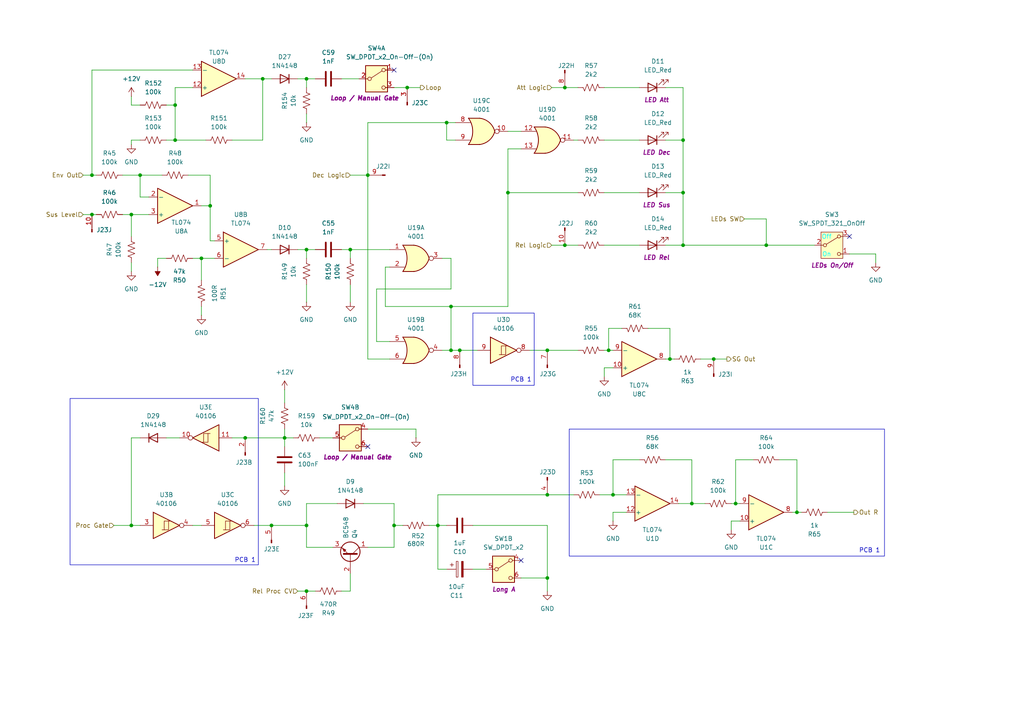
<source format=kicad_sch>
(kicad_sch (version 20250114) (generator "eeschema") (generator_version "9.0")
  (paper "A4")
  (title_block (comment 1 "PCB for 15cm Kosmo format synthesizer module"))
  (lib_symbols
    (symbol "4xxx:4001" (pin_names (offset 1.016))
      (property "Reference" "U" (at 0 1.27 0))
      (property "Value" "4001" (at 0 -1.27 0))
      (symbol "4001_1_1"
        (pin input line (at -7.62 2.54 0) (length 4.318) (name "~") (number "1"))
        (pin input line (at -7.62 -2.54 0) (length 4.318) (name "~") (number "2"))
        (pin output inverted (at 7.62 0 180) (length 3.81) (name "~") (number "3"))
      )
      (symbol "4001_1_2"
        (pin input inverted (at -7.62 2.54 0) (length 3.81) (name "~") (number "1"))
        (pin input inverted (at -7.62 -2.54 0) (length 3.81) (name "~") (number "2"))
        (pin output line (at 7.62 0 180) (length 3.81) (name "~") (number "3"))
      )
      (symbol "4001_2_1"
        (pin input line (at -7.62 2.54 0) (length 4.318) (name "~") (number "5"))
        (pin input line (at -7.62 -2.54 0) (length 4.318) (name "~") (number "6"))
        (pin output inverted (at 7.62 0 180) (length 3.81) (name "~") (number "4"))
      )
      (symbol "4001_2_2"
        (pin input inverted (at -7.62 2.54 0) (length 3.81) (name "~") (number "5"))
        (pin input inverted (at -7.62 -2.54 0) (length 3.81) (name "~") (number "6"))
        (pin output line (at 7.62 0 180) (length 3.81) (name "~") (number "4"))
      )
      (symbol "4001_3_1"
        (pin input line (at -7.62 2.54 0) (length 4.318) (name "~") (number "8"))
        (pin input line (at -7.62 -2.54 0) (length 4.318) (name "~") (number "9"))
        (pin output inverted (at 7.62 0 180) (length 3.81) (name "~") (number "10"))
      )
      (symbol "4001_3_2"
        (pin input inverted (at -7.62 2.54 0) (length 3.81) (name "~") (number "8"))
        (pin input inverted (at -7.62 -2.54 0) (length 3.81) (name "~") (number "9"))
        (pin output line (at 7.62 0 180) (length 3.81) (name "~") (number "10"))
      )
      (symbol "4001_4_1"
        (pin input line (at -7.62 2.54 0) (length 4.318) (name "~") (number "12"))
        (pin input line (at -7.62 -2.54 0) (length 4.318) (name "~") (number "13"))
        (pin output inverted (at 7.62 0 180) (length 3.81) (name "~") (number "11"))
      )
      (symbol "4001_4_2"
        (pin input inverted (at -7.62 2.54 0) (length 3.81) (name "~") (number "12"))
        (pin input inverted (at -7.62 -2.54 0) (length 3.81) (name "~") (number "13"))
        (pin output line (at 7.62 0 180) (length 3.81) (name "~") (number "11"))
      )
      (symbol "4001_5_0"
        (pin power_in line (at 0 12.7 270) (length 5.08) (name "VDD") (number "14"))
        (pin power_in line (at 0 -12.7 90) (length 5.08) (name "VSS") (number "7"))
      )
    )
    (symbol "4xxx:40106" (pin_names (offset 1.016))
      (property "Reference" "U" (at 0 1.27 0))
      (property "Value" "40106" (at 0 -1.27 0))
      (symbol "40106_1_0"
        (pin input line (at -7.62 0 0) (length 3.81) (name "~") (number "1"))
        (pin output inverted (at 7.62 0 180) (length 3.81) (name "~") (number "2"))
      )
      (symbol "40106_2_0"
        (pin input line (at -7.62 0 0) (length 3.81) (name "~") (number "3"))
        (pin output inverted (at 7.62 0 180) (length 3.81) (name "~") (number "4"))
      )
      (symbol "40106_3_0"
        (pin input line (at -7.62 0 0) (length 3.81) (name "~") (number "5"))
        (pin output inverted (at 7.62 0 180) (length 3.81) (name "~") (number "6"))
      )
      (symbol "40106_4_0"
        (pin input line (at -7.62 0 0) (length 3.81) (name "~") (number "9"))
        (pin output inverted (at 7.62 0 180) (length 3.81) (name "~") (number "8"))
      )
      (symbol "40106_5_0"
        (pin input line (at -7.62 0 0) (length 3.81) (name "~") (number "11"))
        (pin output inverted (at 7.62 0 180) (length 3.81) (name "~") (number "10"))
      )
      (symbol "40106_6_0"
        (pin input line (at -7.62 0 0) (length 3.81) (name "~") (number "13"))
        (pin output inverted (at 7.62 0 180) (length 3.81) (name "~") (number "12"))
      )
      (symbol "40106_7_0"
        (pin power_in line (at 0 12.7 270) (length 5.08) (name "VDD") (number "14"))
        (pin power_in line (at 0 -12.7 90) (length 5.08) (name "VSS") (number "7"))
      )
    )
    (symbol "Amplifier_Operational:TL074" (pin_names (offset 0.127))
      (property "Reference" "U" (at 0 5.08 0))
      (property "Value" "TL074" (at 0 -5.08 0))
      (symbol "TL074_1_1"
        (pin input line (at -7.62 2.54 0) (length 2.54) (name "+") (number "3"))
        (pin input line (at -7.62 -2.54 0) (length 2.54) (name "-") (number "2"))
        (pin output line (at 7.62 0 180) (length 2.54) (name "~") (number "1"))
      )
      (symbol "TL074_2_1"
        (pin input line (at -7.62 2.54 0) (length 2.54) (name "+") (number "5"))
        (pin input line (at -7.62 -2.54 0) (length 2.54) (name "-") (number "6"))
        (pin output line (at 7.62 0 180) (length 2.54) (name "~") (number "7"))
      )
      (symbol "TL074_3_1"
        (pin input line (at -7.62 2.54 0) (length 2.54) (name "+") (number "10"))
        (pin input line (at -7.62 -2.54 0) (length 2.54) (name "-") (number "9"))
        (pin output line (at 7.62 0 180) (length 2.54) (name "~") (number "8"))
      )
      (symbol "TL074_4_1"
        (pin input line (at -7.62 2.54 0) (length 2.54) (name "+") (number "12"))
        (pin input line (at -7.62 -2.54 0) (length 2.54) (name "-") (number "13"))
        (pin output line (at 7.62 0 180) (length 2.54) (name "~") (number "14"))
      )
      (symbol "TL074_5_1"
        (pin power_in line (at -2.54 7.62 270) (length 3.81) (name "V+") (number "4"))
        (pin power_in line (at -2.54 -7.62 90) (length 3.81) (name "V-") (number "11"))
      )
    )
    (symbol "Device:C" (pin_numbers (hide yes)) (pin_names (offset 0.254))
      (property "Reference" "C" (at 0.635 2.54 0))
      (property "Value" "C" (at 0.635 -2.54 0))
      (symbol "C_1_1"
        (pin passive line (at 0 3.81 270) (length 2.794) (name "~") (number "1"))
        (pin passive line (at 0 -3.81 90) (length 2.794) (name "~") (number "2"))
      )
    )
    (symbol "Device:C_Polarized" (pin_numbers (hide yes)) (pin_names (offset 0.254))
      (property "Reference" "C" (at 0.635 2.54 0))
      (property "Value" "C_Polarized" (at 0.635 -2.54 0))
      (symbol "C_Polarized_1_1"
        (pin passive line (at 0 3.81 270) (length 2.794) (name "~") (number "1"))
        (pin passive line (at 0 -3.81 90) (length 2.794) (name "~") (number "2"))
      )
    )
    (symbol "Device:LED" (pin_numbers (hide yes)) (pin_names (offset 1.016) (hide yes))
      (property "Reference" "D" (at 0 2.54 0))
      (property "Value" "LED" (at 0 -2.54 0))
      (symbol "LED_1_1"
        (pin passive line (at -3.81 0 0) (length 2.54) (name "K") (number "1"))
        (pin passive line (at 3.81 0 180) (length 2.54) (name "A") (number "2"))
      )
    )
    (symbol "Device:R_US" (pin_numbers (hide yes)) (pin_names (offset 0))
      (property "Reference" "R" (at 2.54 0 90))
      (property "Value" "R_US" (at -2.54 0 90))
      (symbol "R_US_1_1"
        (pin passive line (at 0 3.81 270) (length 1.27) (name "~") (number "1"))
        (pin passive line (at 0 -3.81 90) (length 1.27) (name "~") (number "2"))
      )
    )
    (symbol "Diode:1N4148" (pin_numbers (hide yes)) (pin_names (hide yes))
      (property "Reference" "D" (at 0 2.54 0))
      (property "Value" "1N4148" (at 0 -2.54 0))
      (symbol "1N4148_1_1"
        (pin passive line (at -3.81 0 0) (length 2.54) (name "K") (number "1"))
        (pin passive line (at 3.81 0 180) (length 2.54) (name "A") (number "2"))
      )
    )
    (symbol "Switch:SW_DPDT_x2" (pin_names (offset 0) (hide yes))
      (property "Reference" "SW" (at 0 5.08 0))
      (property "Value" "SW_DPDT_x2" (at 0 -5.08 0))
      (symbol "SW_DPDT_x2_1_1"
        (pin passive line (at -5.08 0 0) (length 2.54) (name "B") (number "2"))
        (pin passive line (at 5.08 2.54 180) (length 2.54) (name "A") (number "1"))
        (pin passive line (at 5.08 -2.54 180) (length 2.54) (name "C") (number "3"))
      )
      (symbol "SW_DPDT_x2_2_1"
        (pin passive line (at -5.08 0 0) (length 2.54) (name "B") (number "5"))
        (pin passive line (at 5.08 2.54 180) (length 2.54) (name "A") (number "4"))
        (pin passive line (at 5.08 -2.54 180) (length 2.54) (name "C") (number "6"))
      )
    )
    (symbol "SynthStuff:Conn_01x10_PinHeader" (pin_names (offset 1.016) (hide yes))
      (property "Reference" "J" (at 0 2.54 0))
      (symbol "Conn_01x10_PinHeader_1_1"
        (pin passive line (at 5.08 0 180) (length 3.81) (name "Pin_1") (number "1"))
      )
      (symbol "Conn_01x10_PinHeader_2_1"
        (pin passive line (at 5.08 0 180) (length 3.81) (name "Pin_2") (number "2"))
      )
      (symbol "Conn_01x10_PinHeader_3_1"
        (pin passive line (at 5.08 0 180) (length 3.81) (name "Pin_3") (number "3"))
      )
      (symbol "Conn_01x10_PinHeader_4_1"
        (pin passive line (at 5.08 0 180) (length 3.81) (name "Pin_4") (number "4"))
      )
      (symbol "Conn_01x10_PinHeader_5_1"
        (pin passive line (at 5.08 0 180) (length 3.81) (name "Pin_5") (number "5"))
      )
      (symbol "Conn_01x10_PinHeader_6_1"
        (pin passive line (at 5.08 0 180) (length 3.81) (name "Pin_6") (number "6"))
      )
      (symbol "Conn_01x10_PinHeader_7_1"
        (pin passive line (at 5.08 0 180) (length 3.81) (name "Pin_7") (number "7"))
      )
      (symbol "Conn_01x10_PinHeader_8_1"
        (pin passive line (at 5.08 0 180) (length 3.81) (name "Pin_8") (number "8"))
      )
      (symbol "Conn_01x10_PinHeader_9_1"
        (pin passive line (at 5.08 0 180) (length 3.81) (name "Pin_9") (number "9"))
      )
      (symbol "Conn_01x10_PinHeader_10_1"
        (pin passive line (at 5.08 0 180) (length 3.81) (name "Pin_10") (number "10"))
      )
    )
    (symbol "SynthStuff:SW_SPDT_321_OnOff" (pin_names (offset 1) (hide yes))
      (property "Reference" "SW" (at 0 5.08 0))
      (property "Value" "SW_SPDT_321_OnOff" (at 0 -5.08 0))
      (symbol "SW_SPDT_321_OnOff_1_1"
        (text "Off\n" (at -1.524 2.54 0) (effects (font (size 1.27 1.27))))
        (text "On" (at -1.524 -2.54 0) (effects (font (size 1.27 1.27))))
        (pin passive line (at -5.08 0 0) (length 2.54) (name "B") (number "2"))
        (pin passive line (at 5.08 2.54 180) (length 2.54) (name "A") (number "3"))
        (pin passive line (at 5.08 -2.54 180) (length 2.54) (name "C") (number "1"))
      )
    )
    (symbol "Transistor_BJT:BC548" (pin_names (offset 0) (hide yes))
      (property "Reference" "Q" (at 5.08 1.905 0))
      (property "Value" "BC548" (at 5.08 0 0))
      (symbol "BC548_1_1"
        (pin input line (at -5.08 0 0) (length 2.54) (name "B") (number "2"))
        (pin passive line (at 2.54 5.08 270) (length 2.54) (name "C") (number "1"))
        (pin passive line (at 2.54 -5.08 90) (length 2.54) (name "E") (number "3"))
      )
    )
    (symbol "power:+12V" (power) (pin_numbers (hide yes)) (pin_names (offset 0) (hide yes))
      (property "Value" "+12V" (at 0 3.556 0))
      (symbol "+12V_1_1"
        (pin power_in line (at 0 0 90) (length 0) (name "~") (number "1"))
      )
    )
    (symbol "power:-12V" (power) (pin_numbers (hide yes)) (pin_names (offset 0) (hide yes))
      (property "Value" "-12V" (at 0 3.556 0))
      (symbol "-12V_0_0"
        (pin power_in line (at 0 0 90) (length 0) (name "~") (number "1"))
      )
    )
    (symbol "power:GND" (power) (pin_numbers (hide yes)) (pin_names (offset 0) (hide yes))
      (property "Value" "GND" (at 0 -3.81 0))
      (symbol "GND_1_1"
        (pin power_in line (at 0 0 270) (length 0) (name "~") (number "1"))
      )
    )
  )
  (rectangle (start 137.16 90.805) (end 154.94 111.76))
  (rectangle (start 20.32 115.57) (end 74.93 163.83))
  (rectangle (start 165.1 124.46) (end 256.54 161.29))
  (text "PCB 1" (at 151.13 110.236 0) (effects (font (size 1.27 1.27))))
  (text "PCB 1" (at 252.222 159.766 0) (effects (font (size 1.27 1.27))))
  (text "PCB 1" (at 71.12 162.56 0) (effects (font (size 1.27 1.27))))
  (junction (at 198.12 40.64))
  (junction (at 158.75 143.51))
  (junction (at 38.1 152.4))
  (junction (at 194.31 104.14))
  (junction (at 147.32 55.88))
  (junction (at 101.6 72.39))
  (junction (at 114.3 152.4))
  (junction (at 213.36 146.05))
  (junction (at 60.96 59.69))
  (junction (at 163.83 71.12))
  (junction (at 163.83 25.4))
  (junction (at 88.9 152.4))
  (junction (at 50.8 30.48))
  (junction (at 78.74 152.4))
  (junction (at 222.25 71.12))
  (junction (at 177.8 143.51))
  (junction (at 40.64 50.8))
  (junction (at 88.9 72.39))
  (junction (at 106.68 50.8))
  (junction (at 50.8 40.64))
  (junction (at 130.81 101.6))
  (junction (at 231.14 148.59))
  (junction (at 127 152.4))
  (junction (at 158.75 167.64))
  (junction (at 58.42 74.93))
  (junction (at 200.66 146.05))
  (junction (at 118.11 25.4))
  (junction (at 76.2 22.86))
  (junction (at 82.55 127))
  (junction (at 130.81 88.9))
  (junction (at 26.67 50.8))
  (junction (at 71.12 127))
  (junction (at 133.35 101.6))
  (junction (at 176.53 101.6))
  (junction (at 26.67 62.23))
  (junction (at 129.54 35.56))
  (junction (at 198.12 71.12))
  (junction (at 198.12 55.88))
  (junction (at 158.75 101.6))
  (junction (at 88.9 22.86))
  (junction (at 207.01 104.14))
  (junction (at 38.1 62.23))
  (junction (at 88.9 171.45))
  (no_connect (at 114.3 20.32))
  (no_connect (at 151.13 162.56))
  (no_connect (at 106.68 129.54))
  (no_connect (at 246.38 68.58))
  (wire (pts (xy 24.13 62.23) (xy 26.67 62.23)))
  (wire (pts (xy 106.68 50.8) (xy 106.68 104.14)))
  (wire (pts (xy 82.55 124.46) (xy 82.55 127)))
  (wire (pts (xy 58.42 74.93) (xy 62.23 74.93)))
  (wire (pts (xy 88.9 33.02) (xy 88.9 35.56)))
  (wire (pts (xy 67.31 40.64) (xy 76.2 40.64)))
  (wire (pts (xy 54.61 50.8) (xy 60.96 50.8)))
  (wire (pts (xy 99.06 72.39) (xy 101.6 72.39)))
  (wire (pts (xy 193.04 71.12) (xy 198.12 71.12)))
  (wire (pts (xy 106.68 35.56) (xy 106.68 50.8)))
  (wire (pts (xy 40.64 57.15) (xy 40.64 50.8)))
  (wire (pts (xy 50.8 30.48) (xy 50.8 40.64)))
  (wire (pts (xy 200.66 133.35) (xy 200.66 146.05)))
  (wire (pts (xy 180.34 95.25) (xy 176.53 95.25)))
  (wire (pts (xy 198.12 40.64) (xy 198.12 55.88)))
  (wire (pts (xy 163.83 71.12) (xy 167.64 71.12)))
  (wire (pts (xy 60.96 69.85) (xy 62.23 69.85)))
  (wire (pts (xy 231.14 133.35) (xy 231.14 148.59)))
  (wire (pts (xy 26.67 50.8) (xy 27.94 50.8)))
  (wire (pts (xy 175.26 71.12) (xy 185.42 71.12)))
  (wire (pts (xy 203.2 104.14) (xy 207.01 104.14)))
  (wire (pts (xy 105.41 146.05) (xy 114.3 146.05)))
  (wire (pts (xy 77.47 72.39) (xy 78.74 72.39)))
  (wire (pts (xy 198.12 55.88) (xy 198.12 71.12)))
  (wire (pts (xy 111.76 88.9) (xy 130.81 88.9)))
  (wire (pts (xy 92.71 127) (xy 96.52 127)))
  (wire (pts (xy 45.72 74.93) (xy 45.72 77.47)))
  (wire (pts (xy 40.64 127) (xy 38.1 127)))
  (wire (pts (xy 76.2 40.64) (xy 76.2 22.86)))
  (wire (pts (xy 35.56 62.23) (xy 38.1 62.23)))
  (wire (pts (xy 222.25 71.12) (xy 236.22 71.12)))
  (wire (pts (xy 193.04 104.14) (xy 194.31 104.14)))
  (wire (pts (xy 226.06 133.35) (xy 231.14 133.35)))
  (wire (pts (xy 118.11 25.4) (xy 121.92 25.4)))
  (wire (pts (xy 177.8 133.35) (xy 177.8 143.51)))
  (wire (pts (xy 114.3 158.75) (xy 114.3 152.4)))
  (wire (pts (xy 101.6 82.55) (xy 101.6 87.63)))
  (wire (pts (xy 229.87 148.59) (xy 231.14 148.59)))
  (wire (pts (xy 193.04 40.64) (xy 198.12 40.64)))
  (wire (pts (xy 48.26 40.64) (xy 50.8 40.64)))
  (wire (pts (xy 76.2 22.86) (xy 78.74 22.86)))
  (wire (pts (xy 114.3 152.4) (xy 116.84 152.4)))
  (wire (pts (xy 101.6 171.45) (xy 101.6 166.37)))
  (wire (pts (xy 177.8 106.68) (xy 175.26 106.68)))
  (wire (pts (xy 59.69 40.64) (xy 50.8 40.64)))
  (wire (pts (xy 88.9 158.75) (xy 96.52 158.75)))
  (wire (pts (xy 130.81 74.93) (xy 130.81 83.82)))
  (wire (pts (xy 218.44 133.35) (xy 213.36 133.35)))
  (wire (pts (xy 58.42 74.93) (xy 58.42 81.28)))
  (wire (pts (xy 38.1 41.91) (xy 38.1 40.64)))
  (wire (pts (xy 158.75 152.4) (xy 158.75 167.64)))
  (wire (pts (xy 130.81 88.9) (xy 147.32 88.9)))
  (wire (pts (xy 88.9 22.86) (xy 88.9 25.4)))
  (wire (pts (xy 111.76 77.47) (xy 111.76 88.9)))
  (wire (pts (xy 97.79 146.05) (xy 88.9 146.05)))
  (wire (pts (xy 129.54 35.56) (xy 129.54 40.64)))
  (wire (pts (xy 55.88 25.4) (xy 50.8 25.4)))
  (wire (pts (xy 147.32 55.88) (xy 167.64 55.88)))
  (wire (pts (xy 137.16 165.1) (xy 140.97 165.1)))
  (wire (pts (xy 128.27 74.93) (xy 130.81 74.93)))
  (wire (pts (xy 194.31 104.14) (xy 195.58 104.14)))
  (wire (pts (xy 177.8 143.51) (xy 173.99 143.51)))
  (wire (pts (xy 78.74 152.4) (xy 88.9 152.4)))
  (wire (pts (xy 38.1 152.4) (xy 40.64 152.4)))
  (wire (pts (xy 86.36 171.45) (xy 88.9 171.45)))
  (wire (pts (xy 130.81 88.9) (xy 130.81 101.6)))
  (wire (pts (xy 86.36 22.86) (xy 88.9 22.86)))
  (wire (pts (xy 48.26 74.93) (xy 45.72 74.93)))
  (wire (pts (xy 185.42 133.35) (xy 177.8 133.35)))
  (wire (pts (xy 101.6 72.39) (xy 113.03 72.39)))
  (wire (pts (xy 175.26 106.68) (xy 175.26 109.22)))
  (wire (pts (xy 151.13 167.64) (xy 158.75 167.64)))
  (wire (pts (xy 38.1 62.23) (xy 43.18 62.23)))
  (wire (pts (xy 200.66 146.05) (xy 204.47 146.05)))
  (wire (pts (xy 88.9 171.45) (xy 91.44 171.45)))
  (wire (pts (xy 176.53 101.6) (xy 177.8 101.6)))
  (wire (pts (xy 212.09 146.05) (xy 213.36 146.05)))
  (wire (pts (xy 127 165.1) (xy 127 152.4)))
  (wire (pts (xy 215.9 63.5) (xy 222.25 63.5)))
  (wire (pts (xy 88.9 146.05) (xy 88.9 152.4)))
  (wire (pts (xy 193.04 25.4) (xy 198.12 25.4)))
  (wire (pts (xy 212.09 151.13) (xy 212.09 153.67)))
  (wire (pts (xy 33.02 152.4) (xy 38.1 152.4)))
  (wire (pts (xy 120.65 124.46) (xy 120.65 127)))
  (wire (pts (xy 114.3 25.4) (xy 118.11 25.4)))
  (wire (pts (xy 106.68 158.75) (xy 114.3 158.75)))
  (wire (pts (xy 175.26 40.64) (xy 185.42 40.64)))
  (wire (pts (xy 88.9 82.55) (xy 88.9 87.63)))
  (wire (pts (xy 99.06 22.86) (xy 104.14 22.86)))
  (wire (pts (xy 48.26 30.48) (xy 50.8 30.48)))
  (wire (pts (xy 160.02 71.12) (xy 163.83 71.12)))
  (wire (pts (xy 71.12 22.86) (xy 76.2 22.86)))
  (wire (pts (xy 177.8 148.59) (xy 177.8 151.13)))
  (wire (pts (xy 198.12 25.4) (xy 198.12 40.64)))
  (wire (pts (xy 231.14 148.59) (xy 232.41 148.59)))
  (wire (pts (xy 109.22 83.82) (xy 109.22 99.06)))
  (wire (pts (xy 132.08 40.64) (xy 129.54 40.64)))
  (wire (pts (xy 129.54 35.56) (xy 106.68 35.56)))
  (wire (pts (xy 67.31 127) (xy 71.12 127)))
  (wire (pts (xy 50.8 25.4) (xy 50.8 30.48)))
  (wire (pts (xy 88.9 72.39) (xy 88.9 74.93)))
  (wire (pts (xy 181.61 143.51) (xy 177.8 143.51)))
  (wire (pts (xy 101.6 72.39) (xy 101.6 74.93)))
  (wire (pts (xy 194.31 95.25) (xy 194.31 104.14)))
  (wire (pts (xy 55.88 152.4) (xy 58.42 152.4)))
  (wire (pts (xy 73.66 152.4) (xy 78.74 152.4)))
  (wire (pts (xy 158.75 143.51) (xy 166.37 143.51)))
  (wire (pts (xy 55.88 74.93) (xy 58.42 74.93)))
  (wire (pts (xy 240.03 148.59) (xy 247.65 148.59)))
  (wire (pts (xy 101.6 50.8) (xy 106.68 50.8)))
  (wire (pts (xy 176.53 95.25) (xy 176.53 101.6)))
  (wire (pts (xy 147.32 38.1) (xy 151.13 38.1)))
  (wire (pts (xy 129.54 165.1) (xy 127 165.1)))
  (wire (pts (xy 160.02 25.4) (xy 163.83 25.4)))
  (wire (pts (xy 106.68 124.46) (xy 120.65 124.46)))
  (wire (pts (xy 109.22 99.06) (xy 113.03 99.06)))
  (wire (pts (xy 38.1 127) (xy 38.1 152.4)))
  (wire (pts (xy 40.64 50.8) (xy 46.99 50.8)))
  (wire (pts (xy 147.32 55.88) (xy 147.32 43.18)))
  (wire (pts (xy 153.67 101.6) (xy 158.75 101.6)))
  (wire (pts (xy 48.26 127) (xy 52.07 127)))
  (wire (pts (xy 254 73.66) (xy 254 76.2)))
  (wire (pts (xy 82.55 113.03) (xy 82.55 116.84)))
  (wire (pts (xy 82.55 127) (xy 82.55 129.54)))
  (wire (pts (xy 113.03 77.47) (xy 111.76 77.47)))
  (wire (pts (xy 246.38 73.66) (xy 254 73.66)))
  (wire (pts (xy 38.1 76.2) (xy 38.1 78.74)))
  (wire (pts (xy 128.27 101.6) (xy 130.81 101.6)))
  (wire (pts (xy 99.06 171.45) (xy 101.6 171.45)))
  (wire (pts (xy 38.1 40.64) (xy 40.64 40.64)))
  (wire (pts (xy 163.83 25.4) (xy 167.64 25.4)))
  (wire (pts (xy 187.96 95.25) (xy 194.31 95.25)))
  (wire (pts (xy 26.67 20.32) (xy 26.67 50.8)))
  (wire (pts (xy 60.96 59.69) (xy 58.42 59.69)))
  (wire (pts (xy 38.1 30.48) (xy 38.1 27.94)))
  (wire (pts (xy 127 143.51) (xy 127 152.4)))
  (wire (pts (xy 175.26 101.6) (xy 176.53 101.6)))
  (wire (pts (xy 196.85 146.05) (xy 200.66 146.05)))
  (wire (pts (xy 26.67 20.32) (xy 55.88 20.32)))
  (wire (pts (xy 175.26 55.88) (xy 185.42 55.88)))
  (wire (pts (xy 130.81 83.82) (xy 109.22 83.82)))
  (wire (pts (xy 181.61 148.59) (xy 177.8 148.59)))
  (wire (pts (xy 158.75 167.64) (xy 158.75 171.45)))
  (wire (pts (xy 127 152.4) (xy 129.54 152.4)))
  (wire (pts (xy 58.42 88.9) (xy 58.42 91.44)))
  (wire (pts (xy 175.26 25.4) (xy 185.42 25.4)))
  (wire (pts (xy 60.96 50.8) (xy 60.96 59.69)))
  (wire (pts (xy 86.36 72.39) (xy 88.9 72.39)))
  (wire (pts (xy 158.75 101.6) (xy 167.64 101.6)))
  (wire (pts (xy 88.9 152.4) (xy 88.9 158.75)))
  (wire (pts (xy 88.9 72.39) (xy 91.44 72.39)))
  (wire (pts (xy 133.35 101.6) (xy 138.43 101.6)))
  (wire (pts (xy 222.25 63.5) (xy 222.25 71.12)))
  (wire (pts (xy 106.68 104.14) (xy 113.03 104.14)))
  (wire (pts (xy 88.9 22.86) (xy 91.44 22.86)))
  (wire (pts (xy 214.63 151.13) (xy 212.09 151.13)))
  (wire (pts (xy 193.04 133.35) (xy 200.66 133.35)))
  (wire (pts (xy 166.37 40.64) (xy 167.64 40.64)))
  (wire (pts (xy 129.54 35.56) (xy 132.08 35.56)))
  (wire (pts (xy 193.04 55.88) (xy 198.12 55.88)))
  (wire (pts (xy 213.36 133.35) (xy 213.36 146.05)))
  (wire (pts (xy 35.56 50.8) (xy 40.64 50.8)))
  (wire (pts (xy 147.32 55.88) (xy 147.32 88.9)))
  (wire (pts (xy 124.46 152.4) (xy 127 152.4)))
  (wire (pts (xy 114.3 146.05) (xy 114.3 152.4)))
  (wire (pts (xy 130.81 101.6) (xy 133.35 101.6)))
  (wire (pts (xy 137.16 152.4) (xy 158.75 152.4)))
  (wire (pts (xy 198.12 71.12) (xy 222.25 71.12)))
  (wire (pts (xy 24.13 50.8) (xy 26.67 50.8)))
  (wire (pts (xy 26.67 62.23) (xy 27.94 62.23)))
  (wire (pts (xy 82.55 127) (xy 85.09 127)))
  (wire (pts (xy 82.55 137.16) (xy 82.55 140.97)))
  (wire (pts (xy 213.36 146.05) (xy 214.63 146.05)))
  (wire (pts (xy 43.18 57.15) (xy 40.64 57.15)))
  (wire (pts (xy 38.1 62.23) (xy 38.1 68.58)))
  (wire (pts (xy 71.12 127) (xy 82.55 127)))
  (wire (pts (xy 127 143.51) (xy 158.75 143.51)))
  (wire (pts (xy 147.32 43.18) (xy 151.13 43.18)))
  (wire (pts (xy 207.01 104.14) (xy 210.82 104.14)))
  (wire (pts (xy 40.64 30.48) (xy 38.1 30.48)))
  (wire (pts (xy 60.96 59.69) (xy 60.96 69.85)))
  (hierarchical_label "SG Out" (shape output) (at 210.82 104.14 0))
  (hierarchical_label "Loop" (shape output) (at 121.92 25.4 0))
  (hierarchical_label "Att Logic" (shape input) (at 160.02 25.4 180))
  (hierarchical_label "Rel Logic" (shape input) (at 160.02 71.12 180))
  (hierarchical_label "Out R" (shape output) (at 247.65 148.59 0))
  (hierarchical_label "LEDs SW" (shape input) (at 215.9 63.5 180))
  (hierarchical_label "Sus Level" (shape input) (at 24.13 62.23 180))
  (hierarchical_label "Dec Logic" (shape input) (at 101.6 50.8 180))
  (hierarchical_label "Rel Proc CV" (shape input) (at 86.36 171.45 180))
  (hierarchical_label "Env Out" (shape input) (at 24.13 50.8 180))
  (hierarchical_label "Proc Gate" (shape input) (at 33.02 152.4 180))
  (symbol (lib_id "SynthStuff:Conn_01x10_PinHeader") (at 78.74 157.48 90) (unit 5)
    (property "Reference" "J23" (at 76.454 159.258 90) (effects (justify right)))
    (property "Value" "Conn_01x10_PinHeader" (effects (hide yes)))
    (property "Footprint" "Connector_PinSocket_2.54mm:PinSocket_1x10_P2.54mm_Vertical" (effects (hide yes)))
    (property "Description" "Generic connector, single row, 01x10" (effects (hide yes)))
  )
  (symbol (lib_id "SynthStuff:SW_SPDT_321_OnOff") (at 241.3 71.12 0) (unit 1)
    (property "Reference" "SW3" (at 241.3 62.23 0))
    (property "Value" "SW_SPDT_321_OnOff" (at 241.3 64.77 0))
    (property "Footprint" "SynthStuff:Toggle_Switch_TE" (effects (hide yes)))
    (property "Description" "Switch, single pole double throw" (effects (hide yes)))
    (property "Function" "LEDs On/Off" (at 241.3 76.962 0) (effects (font (thickness 0.254) (bold yes) (italic yes))))
  )
  (symbol (lib_id "Device:C") (at 133.35 152.4 90) (mirror x) (unit 1)
    (property "Reference" "C10" (at 133.35 160.02 90))
    (property "Value" "1uF" (at 133.35 157.48 90))
    (property "Footprint" "Capacitor_THT:C_Disc_D4.3mm_W1.9mm_P5.00mm" (effects (hide yes)))
    (property "Description" "Unpolarized capacitor" (effects (hide yes)))
  )
  (symbol (lib_id "SynthStuff:Conn_01x10_PinHeader") (at 111.76 50.8 180) (unit 9)
    (property "Reference" "J22" (at 111.125 48.26 0))
    (property "Value" "Conn_01x10_PinHeader" (effects (hide yes)))
    (property "Footprint" "Connector_PinSocket_2.54mm:PinSocket_1x10_P2.54mm_Vertical" (effects (hide yes)))
    (property "Description" "Generic connector, single row, 01x10" (effects (hide yes)))
  )
  (symbol (lib_id "Device:R_US") (at 88.9 127 270) (unit 1)
    (property "Reference" "R159" (at 88.9 120.65 90))
    (property "Value" "10k" (at 88.9 123.19 90))
    (property "Footprint" "Resistor_THT:R_Axial_DIN0207_L6.3mm_D2.5mm_P7.62mm_Horizontal" (effects (hide yes)))
    (property "Description" "Resistor, US symbol" (effects (hide yes)))
  )
  (symbol (lib_id "Device:LED") (at 189.23 25.4 180) (unit 1)
    (property "Reference" "D11" (at 190.8175 17.78 0))
    (property "Value" "LED_Red" (at 190.8175 20.32 0))
    (property "Footprint" "LED_THT:LED_D3.0mm" (effects (hide yes)))
    (property "Description" "Light emitting diode" (effects (hide yes)))
    (property "Sim.Pins" "1=K 2=A" (effects (hide yes)))
    (property "Function" "LED Att" (at 190.5 28.956 0) (effects (font (thickness 0.254) (bold yes) (italic yes))))
  )
  (symbol (lib_id "power:+12V") (at 38.1 27.94 0) (unit 1)
    (property "Reference" "#PWR077" (effects (hide yes)))
    (property "Value" "+12V" (at 38.1 22.86 0))
    (property "Description" "Power symbol creates a global label with name \"+12V\"" (effects (hide yes)))
  )
  (symbol (lib_id "Device:R_US") (at 199.39 104.14 90) (unit 1)
    (property "Reference" "R63" (at 199.39 110.49 90))
    (property "Value" "1k" (at 199.39 107.95 90))
    (property "Footprint" "Resistor_THT:R_Axial_DIN0207_L6.3mm_D2.5mm_P7.62mm_Horizontal" (effects (hide yes)))
    (property "Description" "Resistor, US symbol" (effects (hide yes)))
  )
  (symbol (lib_id "power:GND") (at 101.6 87.63 0) (unit 1)
    (property "Reference" "#PWR074" (effects (hide yes)))
    (property "Value" "GND" (at 101.6 92.71 0))
    (property "Description" "Power symbol creates a global label with name \"GND\" , ground" (effects (hide yes)))
  )
  (symbol (lib_id "power:GND") (at 88.9 87.63 0) (unit 1)
    (property "Reference" "#PWR073" (effects (hide yes)))
    (property "Value" "GND" (at 88.9 92.71 0))
    (property "Description" "Power symbol creates a global label with name \"GND\" , ground" (effects (hide yes)))
  )
  (symbol (lib_id "Switch:SW_DPDT_x2") (at 146.05 165.1 0) (unit 2)
    (property "Reference" "SW1" (at 146.05 156.21 0))
    (property "Value" "SW_DPDT_x2" (at 146.05 158.75 0))
    (property "Footprint" "SynthStuff:Toggle_Switch_2_Poles_TE" (effects (hide yes)))
    (property "Description" "Switch, dual pole double throw, separate symbols" (effects (hide yes)))
    (property "Function" "Long A" (at 146.05 170.942 0) (effects (font (thickness 0.254) (bold yes) (italic yes))))
  )
  (symbol (lib_id "4xxx:4001") (at 120.65 74.93 0) (unit 1)
    (property "Reference" "U19" (at 120.65 66.04 0))
    (property "Value" "4001" (at 120.65 68.58 0))
    (property "Footprint" "Package_DIP:DIP-14_W7.62mm_Socket" (effects (hide yes)))
    (property "Datasheet" "http://www.intersil.com/content/dam/Intersil/documents/cd40/cd4000bms-01bms-02bms-25bms.pdf" (effects (hide yes)))
    (property "Description" "Quad Nor 2 inputs" (effects (hide yes)))
  )
  (symbol (lib_id "Device:LED") (at 189.23 40.64 180) (unit 1)
    (property "Reference" "D12" (at 190.8175 33.02 0))
    (property "Value" "LED_Red" (at 190.8175 35.56 0))
    (property "Footprint" "LED_THT:LED_D3.0mm" (effects (hide yes)))
    (property "Description" "Light emitting diode" (effects (hide yes)))
    (property "Sim.Pins" "1=K 2=A" (effects (hide yes)))
    (property "Function" "LED Dec" (at 190.5 44.196 0) (effects (font (thickness 0.254) (bold yes) (italic yes))))
  )
  (symbol (lib_id "SynthStuff:Conn_01x10_PinHeader") (at 71.12 132.08 90) (unit 2)
    (property "Reference" "J23" (at 68.326 134.112 90) (effects (justify right)))
    (property "Value" "Conn_01x10_PinHeader" (effects (hide yes)))
    (property "Footprint" "Connector_PinSocket_2.54mm:PinSocket_1x10_P2.54mm_Vertical" (effects (hide yes)))
    (property "Description" "Generic connector, single row, 01x10" (effects (hide yes)))
  )
  (symbol (lib_id "Device:R_US") (at 184.15 95.25 90) (mirror x) (unit 1)
    (property "Reference" "R61" (at 184.15 88.9 90))
    (property "Value" "68K" (at 184.15 91.44 90))
    (property "Footprint" "Resistor_THT:R_Axial_DIN0207_L6.3mm_D2.5mm_P7.62mm_Horizontal" (effects (hide yes)))
    (property "Description" "Resistor, US symbol" (effects (hide yes)))
  )
  (symbol (lib_id "Device:R_US") (at 38.1 72.39 0) (unit 1)
    (property "Reference" "R47" (at 31.75 72.39 90))
    (property "Value" "100k" (at 34.29 72.39 90))
    (property "Footprint" "Resistor_THT:R_Axial_DIN0207_L6.3mm_D2.5mm_P7.62mm_Horizontal" (effects (hide yes)))
    (property "Description" "Resistor, US symbol" (effects (hide yes)))
  )
  (symbol (lib_id "Amplifier_Operational:TL074") (at 50.8 59.69 0) (mirror x) (unit 1)
    (property "Reference" "U8" (at 52.578 67.056 0))
    (property "Value" "TL074" (at 52.578 64.516 0))
    (property "Footprint" "Package_DIP:DIP-14_W7.62mm_Socket" (effects (hide yes)))
    (property "Datasheet" "http://www.ti.com/lit/ds/symlink/tl071.pdf" (effects (hide yes)))
    (property "Description" "Quad Low-Noise JFET-Input Operational Amplifiers, DIP-14/SOIC-14" (effects (hide yes)))
  )
  (symbol (lib_id "Device:R_US") (at 95.25 171.45 90) (unit 1)
    (property "Reference" "R49" (at 95.25 177.8 90))
    (property "Value" "470R" (at 95.25 175.26 90))
    (property "Footprint" "Resistor_THT:R_Axial_DIN0207_L6.3mm_D2.5mm_P7.62mm_Horizontal" (effects (hide yes)))
    (property "Description" "Resistor, US symbol" (effects (hide yes)))
  )
  (symbol (lib_id "power:-12V") (at 45.72 77.47 180) (unit 1)
    (property "Reference" "#PWR028" (effects (hide yes)))
    (property "Value" "-12V" (at 45.72 82.55 0))
    (property "Description" "Power symbol creates a global label with name \"-12V\"" (effects (hide yes)))
  )
  (symbol (lib_id "power:GND") (at 158.75 171.45 0) (unit 1)
    (property "Reference" "#PWR030" (effects (hide yes)))
    (property "Value" "GND" (at 158.75 176.53 0))
    (property "Description" "Power symbol creates a global label with name \"GND\" , ground" (effects (hide yes)))
  )
  (symbol (lib_id "Device:R_US") (at 170.18 143.51 90) (mirror x) (unit 1) (on_board no)
    (property "Reference" "R53" (at 170.18 137.16 90))
    (property "Value" "100k" (at 170.18 139.7 90))
    (property "Footprint" "Resistor_THT:R_Axial_DIN0207_L6.3mm_D2.5mm_P7.62mm_Horizontal" (effects (hide yes)))
    (property "Description" "Resistor, US symbol" (effects (hide yes)))
  )
  (symbol (lib_id "Device:R_US") (at 120.65 152.4 270) (mirror x) (unit 1)
    (property "Reference" "R52" (at 123.19 155.448 90) (effects (justify right)))
    (property "Value" "680R" (at 123.1901 157.734 90) (effects (justify right)))
    (property "Footprint" "Resistor_THT:R_Axial_DIN0207_L6.3mm_D2.5mm_P7.62mm_Horizontal" (effects (hide yes)))
    (property "Description" "Resistor, US symbol" (effects (hide yes)))
  )
  (symbol (lib_id "Device:R_US") (at 171.45 25.4 90) (mirror x) (unit 1)
    (property "Reference" "R57" (at 171.45 19.05 90))
    (property "Value" "2k2" (at 171.45 21.59 90))
    (property "Footprint" "Resistor_THT:R_Axial_DIN0207_L6.3mm_D2.5mm_P7.62mm_Horizontal" (effects (hide yes)))
    (property "Description" "Resistor, US symbol" (effects (hide yes)))
  )
  (symbol (lib_id "power:+12V") (at 82.55 113.03 0) (unit 1)
    (property "Reference" "#PWR0100" (effects (hide yes)))
    (property "Value" "+12V" (at 82.55 107.95 0))
    (property "Description" "Power symbol creates a global label with name \"+12V\"" (effects (hide yes)))
  )
  (symbol (lib_id "power:GND") (at 38.1 78.74 0) (unit 1)
    (property "Reference" "#PWR027" (effects (hide yes)))
    (property "Value" "GND" (at 38.1 83.82 0))
    (property "Description" "Power symbol creates a global label with name \"GND\" , ground" (effects (hide yes)))
  )
  (symbol (lib_id "Device:LED") (at 189.23 71.12 180) (unit 1)
    (property "Reference" "D14" (at 190.8175 63.5 0))
    (property "Value" "LED_Red" (at 190.8175 66.04 0))
    (property "Footprint" "LED_THT:LED_D3.0mm" (effects (hide yes)))
    (property "Description" "Light emitting diode" (effects (hide yes)))
    (property "Sim.Pins" "1=K 2=A" (effects (hide yes)))
    (property "Function" "LED Rel" (at 190.5 74.676 0) (effects (font (thickness 0.254) (bold yes) (italic yes))))
  )
  (symbol (lib_id "power:GND") (at 212.09 153.67 0) (unit 1)
    (property "Reference" "#PWR034" (effects (hide yes)))
    (property "Value" "GND" (at 212.09 158.75 0))
    (property "Description" "Power symbol creates a global label with name \"GND\" , ground" (effects (hide yes)))
  )
  (symbol (lib_id "Amplifier_Operational:TL074") (at 222.25 148.59 0) (mirror x) (unit 3) (on_board no)
    (property "Reference" "U1" (at 222.25 158.75 0))
    (property "Value" "TL074" (at 222.25 156.21 0))
    (property "Footprint" "Package_DIP:DIP-14_W7.62mm_Socket" (effects (hide yes)))
    (property "Datasheet" "http://www.ti.com/lit/ds/symlink/tl071.pdf" (effects (hide yes)))
    (property "Description" "Quad Low-Noise JFET-Input Operational Amplifiers, DIP-14/SOIC-14" (effects (hide yes)))
  )
  (symbol (lib_id "Diode:1N4148") (at 44.45 127 0) (unit 1) (on_board no)
    (property "Reference" "D29" (at 44.45 120.65 0))
    (property "Value" "1N4148" (at 44.45 123.19 0))
    (property "Footprint" "Diode_THT:D_DO-35_SOD27_P7.62mm_Horizontal" (effects (hide yes)))
    (property "Datasheet" "https://assets.nexperia.com/documents/data-sheet/1N4148_1N4448.pdf" (effects (hide yes)))
    (property "Description" "100V 0.15A standard switching diode, DO-35" (effects (hide yes)))
    (property "Sim.Device" "D" (effects (hide yes)))
    (property "Sim.Pins" "1=K 2=A" (effects (hide yes)))
  )
  (symbol (lib_id "Switch:SW_DPDT_x2") (at 101.6 127 0) (unit 2)
    (property "Reference" "SW4" (at 101.6 118.11 0))
    (property "Value" "SW_DPDT_x2_On-Off-(On)" (at 106.172 120.904 0))
    (property "Footprint" "SynthStuff:Toggle_Switch_2_Poles_TE" (effects (hide yes)))
    (property "Description" "Switch, dual pole double throw, separate symbols" (effects (hide yes)))
    (property "Function" "Loop / Manual Gate" (at 103.632 132.588 0) (effects (font (thickness 0.254) (bold yes) (italic yes))))
  )
  (symbol (lib_id "Device:R_US") (at 101.6 78.74 0) (unit 1)
    (property "Reference" "R150" (at 95.25 78.74 90))
    (property "Value" "100k" (at 97.79 78.74 90))
    (property "Footprint" "Resistor_THT:R_Axial_DIN0207_L6.3mm_D2.5mm_P7.62mm_Horizontal" (effects (hide yes)))
    (property "Description" "Resistor, US symbol" (effects (hide yes)))
  )
  (symbol (lib_id "power:GND") (at 120.65 127 0) (unit 1)
    (property "Reference" "#PWR097" (effects (hide yes)))
    (property "Value" "GND" (at 120.65 132.08 0))
    (property "Description" "Power symbol creates a global label with name \"GND\" , ground" (effects (hide yes)))
  )
  (symbol (lib_id "SynthStuff:Conn_01x10_PinHeader") (at 163.83 20.32 270) (unit 8)
    (property "Reference" "J22" (at 161.798 19.05 90) (effects (justify left)))
    (property "Value" "Conn_01x10_PinHeader" (effects (hide yes)))
    (property "Footprint" "Connector_PinSocket_2.54mm:PinSocket_1x10_P2.54mm_Vertical" (effects (hide yes)))
    (property "Description" "Generic connector, single row, 01x10" (effects (hide yes)))
  )
  (symbol (lib_id "Transistor_BJT:BC548") (at 101.6 161.29 270) (mirror x) (unit 1)
    (property "Reference" "Q4" (at 102.8701 156.21 0) (effects (justify left)))
    (property "Value" "BC548" (at 100.3301 156.21 0) (effects (justify left)))
    (property "Footprint" "Package_TO_SOT_THT:TO-92L_Inline_Wide" (effects (hide yes)))
    (property "Datasheet" "https://www.onsemi.com/pub/Collateral/BC550-D.pdf" (effects (hide yes)))
    (property "Description" "0.1A Ic, 30V Vce, Small Signal NPN Transistor, TO-92" (effects (hide yes)))
  )
  (symbol (lib_id "power:GND") (at 254 76.2 0) (unit 1)
    (property "Reference" "#PWR075" (effects (hide yes)))
    (property "Value" "GND" (at 254 81.28 0))
    (property "Description" "Power symbol creates a global label with name \"GND\" , ground" (effects (hide yes)))
  )
  (symbol (lib_id "Device:C") (at 95.25 72.39 90) (unit 1)
    (property "Reference" "C55" (at 95.25 64.77 90))
    (property "Value" "1nF" (at 95.25 67.31 90))
    (property "Footprint" "Capacitor_THT:C_Disc_D4.3mm_W1.9mm_P5.00mm" (effects (hide yes)))
    (property "Description" "Unpolarized capacitor" (effects (hide yes)))
  )
  (symbol (lib_id "Device:R_US") (at 44.45 30.48 270) (unit 1)
    (property "Reference" "R152" (at 44.45 24.13 90))
    (property "Value" "100k" (at 44.45 26.67 90))
    (property "Footprint" "Resistor_THT:R_Axial_DIN0207_L6.3mm_D2.5mm_P7.62mm_Horizontal" (effects (hide yes)))
    (property "Description" "Resistor, US symbol" (effects (hide yes)))
  )
  (symbol (lib_id "power:GND") (at 175.26 109.22 0) (unit 1)
    (property "Reference" "#PWR033" (effects (hide yes)))
    (property "Value" "GND" (at 175.26 114.3 0))
    (property "Description" "Power symbol creates a global label with name \"GND\" , ground" (effects (hide yes)))
  )
  (symbol (lib_id "Device:R_US") (at 31.75 50.8 270) (unit 1)
    (property "Reference" "R45" (at 31.75 44.45 90))
    (property "Value" "100k" (at 31.75 46.99 90))
    (property "Footprint" "Resistor_THT:R_Axial_DIN0207_L6.3mm_D2.5mm_P7.62mm_Horizontal" (effects (hide yes)))
    (property "Description" "Resistor, US symbol" (effects (hide yes)))
  )
  (symbol (lib_id "Switch:SW_DPDT_x2") (at 109.22 22.86 0) (unit 1)
    (property "Reference" "SW4" (at 109.22 13.97 0))
    (property "Value" "SW_DPDT_x2_On-Off-(On)" (at 113.03 16.51 0))
    (property "Footprint" "SynthStuff:Toggle_Switch_2_Poles_TE" (effects (hide yes)))
    (property "Description" "Switch, dual pole double throw, separate symbols" (effects (hide yes)))
    (property "Function" "Loop / Manual Gate" (at 105.664 28.448 0) (effects (font (thickness 0.254) (bold yes) (italic yes))))
  )
  (symbol (lib_id "Amplifier_Operational:TL074") (at 189.23 146.05 0) (mirror x) (unit 4) (on_board no)
    (property "Reference" "U1" (at 189.23 156.21 0))
    (property "Value" "TL074" (at 189.23 153.67 0))
    (property "Footprint" "Package_DIP:DIP-14_W7.62mm_Socket" (effects (hide yes)))
    (property "Datasheet" "http://www.ti.com/lit/ds/symlink/tl071.pdf" (effects (hide yes)))
    (property "Description" "Quad Low-Noise JFET-Input Operational Amplifiers, DIP-14/SOIC-14" (effects (hide yes)))
  )
  (symbol (lib_id "Amplifier_Operational:TL074") (at 69.85 72.39 0) (unit 2)
    (property "Reference" "U8" (at 69.85 62.23 0))
    (property "Value" "TL074" (at 69.85 64.77 0))
    (property "Footprint" "Package_DIP:DIP-14_W7.62mm_Socket" (effects (hide yes)))
    (property "Datasheet" "http://www.ti.com/lit/ds/symlink/tl071.pdf" (effects (hide yes)))
    (property "Description" "Quad Low-Noise JFET-Input Operational Amplifiers, DIP-14/SOIC-14" (effects (hide yes)))
  )
  (symbol (lib_id "Device:R_US") (at 58.42 85.09 0) (mirror y) (unit 1)
    (property "Reference" "R51" (at 64.77 85.09 90))
    (property "Value" "100R" (at 62.23 85.09 90))
    (property "Footprint" "Resistor_THT:R_Axial_DIN0207_L6.3mm_D2.5mm_P7.62mm_Horizontal" (effects (hide yes)))
    (property "Description" "Resistor, US symbol" (effects (hide yes)))
  )
  (symbol (lib_id "Device:R_US") (at 44.45 40.64 270) (unit 1)
    (property "Reference" "R153" (at 44.45 34.29 90))
    (property "Value" "100k" (at 44.45 36.83 90))
    (property "Footprint" "Resistor_THT:R_Axial_DIN0207_L6.3mm_D2.5mm_P7.62mm_Horizontal" (effects (hide yes)))
    (property "Description" "Resistor, US symbol" (effects (hide yes)))
  )
  (symbol (lib_id "4xxx:40106") (at 146.05 101.6 0) (unit 4) (on_board no)
    (property "Reference" "U3" (at 146.05 92.71 0))
    (property "Value" "40106" (at 146.05 95.25 0))
    (property "Footprint" "Package_DIP:DIP-14_W7.62mm_Socket" (effects (hide yes)))
    (property "Datasheet" "https://assets.nexperia.com/documents/data-sheet/HEF40106B.pdf" (effects (hide yes)))
    (property "Description" "Hex Schmitt trigger inverter" (effects (hide yes)))
  )
  (symbol (lib_id "Device:R_US") (at 171.45 40.64 90) (mirror x) (unit 1)
    (property "Reference" "R58" (at 171.45 34.29 90))
    (property "Value" "2k2" (at 171.45 36.83 90))
    (property "Footprint" "Resistor_THT:R_Axial_DIN0207_L6.3mm_D2.5mm_P7.62mm_Horizontal" (effects (hide yes)))
    (property "Description" "Resistor, US symbol" (effects (hide yes)))
  )
  (symbol (lib_id "Amplifier_Operational:TL074") (at 63.5 22.86 0) (mirror x) (unit 4)
    (property "Reference" "U8" (at 63.5 17.78 0))
    (property "Value" "TL074" (at 63.5 15.24 0))
    (property "Footprint" "Package_DIP:DIP-14_W7.62mm_Socket" (effects (hide yes)))
    (property "Datasheet" "http://www.ti.com/lit/ds/symlink/tl071.pdf" (effects (hide yes)))
    (property "Description" "Quad Low-Noise JFET-Input Operational Amplifiers, DIP-14/SOIC-14" (effects (hide yes)))
  )
  (symbol (lib_id "4xxx:40106") (at 59.69 127 180) (unit 5) (on_board no)
    (property "Reference" "U3" (at 59.69 118.11 0))
    (property "Value" "40106" (at 59.69 120.65 0))
    (property "Footprint" "Package_DIP:DIP-14_W7.62mm_Socket" (effects (hide yes)))
    (property "Datasheet" "https://assets.nexperia.com/documents/data-sheet/HEF40106B.pdf" (effects (hide yes)))
    (property "Description" "Hex Schmitt trigger inverter" (effects (hide yes)))
  )
  (symbol (lib_id "Diode:1N4148") (at 82.55 72.39 180) (unit 1)
    (property "Reference" "D10" (at 82.55 66.04 0))
    (property "Value" "1N4148" (at 82.55 68.58 0))
    (property "Footprint" "Diode_THT:D_DO-35_SOD27_P7.62mm_Horizontal" (effects (hide yes)))
    (property "Datasheet" "https://assets.nexperia.com/documents/data-sheet/1N4148_1N4448.pdf" (effects (hide yes)))
    (property "Description" "100V 0.15A standard switching diode, DO-35" (effects (hide yes)))
    (property "Sim.Device" "D" (effects (hide yes)))
    (property "Sim.Pins" "1=K 2=A" (effects (hide yes)))
  )
  (symbol (lib_id "4xxx:4001") (at 158.75 40.64 0) (unit 4)
    (property "Reference" "U19" (at 158.75 31.75 0))
    (property "Value" "4001" (at 158.75 34.29 0))
    (property "Footprint" "Package_DIP:DIP-14_W7.62mm_Socket" (effects (hide yes)))
    (property "Datasheet" "http://www.intersil.com/content/dam/Intersil/documents/cd40/cd4000bms-01bms-02bms-25bms.pdf" (effects (hide yes)))
    (property "Description" "Quad Nor 2 inputs" (effects (hide yes)))
  )
  (symbol (lib_id "Device:C_Polarized") (at 133.35 165.1 90) (mirror x) (unit 1)
    (property "Reference" "C11" (at 132.461 172.72 90))
    (property "Value" "10uF" (at 132.461 170.18 90))
    (property "Footprint" "Capacitor_THT:CP_Radial_D5.0mm_P2.00mm" (effects (hide yes)))
    (property "Description" "Polarized capacitor" (effects (hide yes)))
  )
  (symbol (lib_id "SynthStuff:Conn_01x10_PinHeader") (at 207.01 109.22 90) (unit 9)
    (property "Reference" "J23" (at 208.28 108.5849 90) (effects (justify right)))
    (property "Value" "Conn_01x10_PinHeader" (effects (hide yes)))
    (property "Footprint" "Connector_PinSocket_2.54mm:PinSocket_1x10_P2.54mm_Vertical" (effects (hide yes)))
    (property "Description" "Generic connector, single row, 01x10" (effects (hide yes)))
  )
  (symbol (lib_id "Device:R_US") (at 189.23 133.35 90) (mirror x) (unit 1) (on_board no)
    (property "Reference" "R56" (at 189.23 127 90))
    (property "Value" "68K" (at 189.23 129.54 90))
    (property "Footprint" "Resistor_THT:R_Axial_DIN0207_L6.3mm_D2.5mm_P7.62mm_Horizontal" (effects (hide yes)))
    (property "Description" "Resistor, US symbol" (effects (hide yes)))
  )
  (symbol (lib_id "Device:R_US") (at 171.45 101.6 90) (mirror x) (unit 1)
    (property "Reference" "R55" (at 171.45 95.25 90))
    (property "Value" "100k" (at 171.45 97.79 90))
    (property "Footprint" "Resistor_THT:R_Axial_DIN0207_L6.3mm_D2.5mm_P7.62mm_Horizontal" (effects (hide yes)))
    (property "Description" "Resistor, US symbol" (effects (hide yes)))
  )
  (symbol (lib_id "Device:LED") (at 189.23 55.88 180) (unit 1)
    (property "Reference" "D13" (at 190.8175 48.26 0))
    (property "Value" "LED_Red" (at 190.8175 50.8 0))
    (property "Footprint" "LED_THT:LED_D3.0mm" (effects (hide yes)))
    (property "Description" "Light emitting diode" (effects (hide yes)))
    (property "Sim.Pins" "1=K 2=A" (effects (hide yes)))
    (property "Function" "LED Sus" (at 190.5 59.436 0) (effects (font (thickness 0.254) (bold yes) (italic yes))))
  )
  (symbol (lib_id "Amplifier_Operational:TL074") (at 185.42 104.14 0) (mirror x) (unit 3)
    (property "Reference" "U8" (at 185.42 114.3 0))
    (property "Value" "TL074" (at 185.42 111.76 0))
    (property "Footprint" "Package_DIP:DIP-14_W7.62mm_Socket" (effects (hide yes)))
    (property "Datasheet" "http://www.ti.com/lit/ds/symlink/tl071.pdf" (effects (hide yes)))
    (property "Description" "Quad Low-Noise JFET-Input Operational Amplifiers, DIP-14/SOIC-14" (effects (hide yes)))
  )
  (symbol (lib_id "Device:C") (at 95.25 22.86 90) (unit 1)
    (property "Reference" "C59" (at 95.25 15.24 90))
    (property "Value" "1nF" (at 95.25 17.78 90))
    (property "Footprint" "Capacitor_THT:C_Disc_D4.3mm_W1.9mm_P5.00mm" (effects (hide yes)))
    (property "Description" "Unpolarized capacitor" (effects (hide yes)))
  )
  (symbol (lib_id "power:GND") (at 88.9 35.56 0) (unit 1)
    (property "Reference" "#PWR078" (effects (hide yes)))
    (property "Value" "GND" (at 88.9 40.64 0))
    (property "Description" "Power symbol creates a global label with name \"GND\" , ground" (effects (hide yes)))
  )
  (symbol (lib_id "Device:C") (at 82.55 133.35 0) (unit 1)
    (property "Reference" "C63" (at 86.36 132.0799 0) (effects (justify left)))
    (property "Value" "100nF" (at 86.36 134.6199 0) (effects (justify left)))
    (property "Footprint" "Capacitor_THT:C_Disc_D4.3mm_W1.9mm_P5.00mm" (effects (hide yes)))
    (property "Description" "Unpolarized capacitor" (effects (hide yes)))
  )
  (symbol (lib_id "SynthStuff:Conn_01x10_PinHeader") (at 118.11 30.48 90) (unit 3)
    (property "Reference" "J23" (at 119.38 29.8449 90) (effects (justify right)))
    (property "Value" "Conn_01x10_PinHeader" (effects (hide yes)))
    (property "Footprint" "Connector_PinSocket_2.54mm:PinSocket_1x10_P2.54mm_Vertical" (effects (hide yes)))
    (property "Description" "Generic connector, single row, 01x10" (effects (hide yes)))
  )
  (symbol (lib_id "SynthStuff:Conn_01x10_PinHeader") (at 158.75 138.43 270) (unit 4)
    (property "Reference" "J23" (at 161.29 136.906 90) (effects (justify right)))
    (property "Value" "Conn_01x10_PinHeader" (effects (hide yes)))
    (property "Footprint" "Connector_PinSocket_2.54mm:PinSocket_1x10_P2.54mm_Vertical" (effects (hide yes)))
    (property "Description" "Generic connector, single row, 01x10" (effects (hide yes)))
  )
  (symbol (lib_id "Device:R_US") (at 50.8 50.8 270) (unit 1)
    (property "Reference" "R48" (at 50.8 44.45 90))
    (property "Value" "100k" (at 50.8 46.99 90))
    (property "Footprint" "Resistor_THT:R_Axial_DIN0207_L6.3mm_D2.5mm_P7.62mm_Horizontal" (effects (hide yes)))
    (property "Description" "Resistor, US symbol" (effects (hide yes)))
  )
  (symbol (lib_id "4xxx:40106") (at 48.26 152.4 0) (unit 2) (on_board no)
    (property "Reference" "U3" (at 48.26 143.51 0))
    (property "Value" "40106" (at 48.26 146.05 0))
    (property "Footprint" "Package_DIP:DIP-14_W7.62mm_Socket" (effects (hide yes)))
    (property "Datasheet" "https://assets.nexperia.com/documents/data-sheet/HEF40106B.pdf" (effects (hide yes)))
    (property "Description" "Hex Schmitt trigger inverter" (effects (hide yes)))
  )
  (symbol (lib_id "4xxx:40106") (at 66.04 152.4 0) (unit 3) (on_board no)
    (property "Reference" "U3" (at 66.04 143.51 0))
    (property "Value" "40106" (at 66.04 146.05 0))
    (property "Footprint" "Package_DIP:DIP-14_W7.62mm_Socket" (effects (hide yes)))
    (property "Datasheet" "https://assets.nexperia.com/documents/data-sheet/HEF40106B.pdf" (effects (hide yes)))
    (property "Description" "Hex Schmitt trigger inverter" (effects (hide yes)))
  )
  (symbol (lib_id "Device:R_US") (at 171.45 55.88 90) (mirror x) (unit 1)
    (property "Reference" "R59" (at 171.45 49.53 90))
    (property "Value" "2k2" (at 171.45 52.07 90))
    (property "Footprint" "Resistor_THT:R_Axial_DIN0207_L6.3mm_D2.5mm_P7.62mm_Horizontal" (effects (hide yes)))
    (property "Description" "Resistor, US symbol" (effects (hide yes)))
  )
  (symbol (lib_id "Device:R_US") (at 52.07 74.93 90) (unit 1)
    (property "Reference" "R50" (at 52.07 81.28 90))
    (property "Value" "47k" (at 52.07 78.74 90))
    (property "Footprint" "Resistor_THT:R_Axial_DIN0207_L6.3mm_D2.5mm_P7.62mm_Horizontal" (effects (hide yes)))
    (property "Description" "Resistor, US symbol" (effects (hide yes)))
  )
  (symbol (lib_id "4xxx:4001") (at 139.7 38.1 0) (unit 3)
    (property "Reference" "U19" (at 139.7 29.21 0))
    (property "Value" "4001" (at 139.7 31.75 0))
    (property "Footprint" "Package_DIP:DIP-14_W7.62mm_Socket" (effects (hide yes)))
    (property "Datasheet" "http://www.intersil.com/content/dam/Intersil/documents/cd40/cd4000bms-01bms-02bms-25bms.pdf" (effects (hide yes)))
    (property "Description" "Quad Nor 2 inputs" (effects (hide yes)))
  )
  (symbol (lib_id "SynthStuff:Conn_01x10_PinHeader") (at 26.67 67.31 90) (unit 10)
    (property "Reference" "J23" (at 27.94 66.6749 90) (effects (justify right)))
    (property "Value" "Conn_01x10_PinHeader" (effects (hide yes)))
    (property "Footprint" "Connector_PinSocket_2.54mm:PinSocket_1x10_P2.54mm_Vertical" (effects (hide yes)))
    (property "Description" "Generic connector, single row, 01x10" (effects (hide yes)))
  )
  (symbol (lib_id "Device:R_US") (at 88.9 78.74 0) (unit 1)
    (property "Reference" "R149" (at 82.55 78.74 90))
    (property "Value" "10k" (at 85.09 78.74 90))
    (property "Footprint" "Resistor_THT:R_Axial_DIN0207_L6.3mm_D2.5mm_P7.62mm_Horizontal" (effects (hide yes)))
    (property "Description" "Resistor, US symbol" (effects (hide yes)))
  )
  (symbol (lib_id "power:GND") (at 177.8 151.13 0) (unit 1)
    (property "Reference" "#PWR031" (effects (hide yes)))
    (property "Value" "GND" (at 177.8 156.21 0))
    (property "Description" "Power symbol creates a global label with name \"GND\" , ground" (effects (hide yes)))
  )
  (symbol (lib_id "Device:R_US") (at 88.9 29.21 0) (unit 1)
    (property "Reference" "R154" (at 82.55 29.21 90))
    (property "Value" "10k" (at 85.09 29.21 90))
    (property "Footprint" "Resistor_THT:R_Axial_DIN0207_L6.3mm_D2.5mm_P7.62mm_Horizontal" (effects (hide yes)))
    (property "Description" "Resistor, US symbol" (effects (hide yes)))
  )
  (symbol (lib_id "SynthStuff:Conn_01x10_PinHeader") (at 163.83 66.04 270) (unit 10)
    (property "Reference" "J22" (at 161.798 64.77 90) (effects (justify left)))
    (property "Value" "Conn_01x10_PinHeader" (effects (hide yes)))
    (property "Footprint" "Connector_PinSocket_2.54mm:PinSocket_1x10_P2.54mm_Vertical" (effects (hide yes)))
    (property "Description" "Generic connector, single row, 01x10" (effects (hide yes)))
  )
  (symbol (lib_id "Diode:1N4148") (at 82.55 22.86 180) (unit 1)
    (property "Reference" "D27" (at 82.55 16.51 0))
    (property "Value" "1N4148" (at 82.55 19.05 0))
    (property "Footprint" "Diode_THT:D_DO-35_SOD27_P7.62mm_Horizontal" (effects (hide yes)))
    (property "Datasheet" "https://assets.nexperia.com/documents/data-sheet/1N4148_1N4448.pdf" (effects (hide yes)))
    (property "Description" "100V 0.15A standard switching diode, DO-35" (effects (hide yes)))
    (property "Sim.Device" "D" (effects (hide yes)))
    (property "Sim.Pins" "1=K 2=A" (effects (hide yes)))
  )
  (symbol (lib_id "4xxx:4001") (at 120.65 101.6 0) (unit 2)
    (property "Reference" "U19" (at 120.65 92.71 0))
    (property "Value" "4001" (at 120.65 95.25 0))
    (property "Footprint" "Package_DIP:DIP-14_W7.62mm_Socket" (effects (hide yes)))
    (property "Datasheet" "http://www.intersil.com/content/dam/Intersil/documents/cd40/cd4000bms-01bms-02bms-25bms.pdf" (effects (hide yes)))
    (property "Description" "Quad Nor 2 inputs" (effects (hide yes)))
  )
  (symbol (lib_id "Device:R_US") (at 82.55 120.65 0) (unit 1)
    (property "Reference" "R160" (at 76.2 120.65 90))
    (property "Value" "47k" (at 78.74 120.65 90))
    (property "Footprint" "Resistor_THT:R_Axial_DIN0207_L6.3mm_D2.5mm_P7.62mm_Horizontal" (effects (hide yes)))
    (property "Description" "Resistor, US symbol" (effects (hide yes)))
  )
  (symbol (lib_id "Device:R_US") (at 208.28 146.05 90) (mirror x) (unit 1) (on_board no)
    (property "Reference" "R62" (at 208.28 139.7 90))
    (property "Value" "100k" (at 208.28 142.24 90))
    (property "Footprint" "Resistor_THT:R_Axial_DIN0207_L6.3mm_D2.5mm_P7.62mm_Horizontal" (effects (hide yes)))
    (property "Description" "Resistor, US symbol" (effects (hide yes)))
  )
  (symbol (lib_id "SynthStuff:Conn_01x10_PinHeader") (at 88.9 176.53 90) (unit 6)
    (property "Reference" "J23" (at 86.36 178.562 90) (effects (justify right)))
    (property "Value" "Conn_01x10_PinHeader" (effects (hide yes)))
    (property "Footprint" "Connector_PinSocket_2.54mm:PinSocket_1x10_P2.54mm_Vertical" (effects (hide yes)))
    (property "Description" "Generic connector, single row, 01x10" (effects (hide yes)))
  )
  (symbol (lib_id "Device:R_US") (at 236.22 148.59 90) (unit 1) (on_board no)
    (property "Reference" "R65" (at 236.22 154.94 90))
    (property "Value" "1k" (at 236.22 152.4 90))
    (property "Footprint" "Resistor_THT:R_Axial_DIN0207_L6.3mm_D2.5mm_P7.62mm_Horizontal" (effects (hide yes)))
    (property "Description" "Resistor, US symbol" (effects (hide yes)))
  )
  (symbol (lib_id "SynthStuff:Conn_01x10_PinHeader") (at 158.75 106.68 90) (unit 7)
    (property "Reference" "J23" (at 156.464 108.458 90) (effects (justify right)))
    (property "Value" "Conn_01x10_PinHeader" (effects (hide yes)))
    (property "Footprint" "Connector_PinSocket_2.54mm:PinSocket_1x10_P2.54mm_Vertical" (effects (hide yes)))
    (property "Description" "Generic connector, single row, 01x10" (effects (hide yes)))
  )
  (symbol (lib_id "Diode:1N4148") (at 101.6 146.05 180) (unit 1)
    (property "Reference" "D9" (at 101.6 139.7 0))
    (property "Value" "1N4148" (at 101.6 142.24 0))
    (property "Footprint" "Diode_THT:D_DO-35_SOD27_P7.62mm_Horizontal" (effects (hide yes)))
    (property "Datasheet" "https://assets.nexperia.com/documents/data-sheet/1N4148_1N4448.pdf" (effects (hide yes)))
    (property "Description" "100V 0.15A standard switching diode, DO-35" (effects (hide yes)))
    (property "Sim.Device" "D" (effects (hide yes)))
    (property "Sim.Pins" "1=K 2=A" (effects (hide yes)))
  )
  (symbol (lib_id "power:GND") (at 58.42 91.44 0) (unit 1)
    (property "Reference" "#PWR029" (effects (hide yes)))
    (property "Value" "GND" (at 58.42 96.52 0))
    (property "Description" "Power symbol creates a global label with name \"GND\" , ground" (effects (hide yes)))
  )
  (symbol (lib_id "Device:R_US") (at 171.45 71.12 90) (mirror x) (unit 1)
    (property "Reference" "R60" (at 171.45 64.77 90))
    (property "Value" "2k2" (at 171.45 67.31 90))
    (property "Footprint" "Resistor_THT:R_Axial_DIN0207_L6.3mm_D2.5mm_P7.62mm_Horizontal" (effects (hide yes)))
    (property "Description" "Resistor, US symbol" (effects (hide yes)))
  )
  (symbol (lib_id "SynthStuff:Conn_01x10_PinHeader") (at 133.35 106.68 90) (unit 8)
    (property "Reference" "J23" (at 130.556 108.458 90) (effects (justify right)))
    (property "Value" "Conn_01x10_PinHeader" (effects (hide yes)))
    (property "Footprint" "Connector_PinSocket_2.54mm:PinSocket_1x10_P2.54mm_Vertical" (effects (hide yes)))
    (property "Description" "Generic connector, single row, 01x10" (effects (hide yes)))
  )
  (symbol (lib_id "power:GND") (at 38.1 41.91 0) (unit 1)
    (property "Reference" "#PWR076" (effects (hide yes)))
    (property "Value" "GND" (at 38.1 46.99 0))
    (property "Description" "Power symbol creates a global label with name \"GND\" , ground" (effects (hide yes)))
  )
  (symbol (lib_id "Device:R_US") (at 222.25 133.35 90) (mirror x) (unit 1) (on_board no)
    (property "Reference" "R64" (at 222.25 127 90))
    (property "Value" "100k" (at 222.25 129.54 90))
    (property "Footprint" "Resistor_THT:R_Axial_DIN0207_L6.3mm_D2.5mm_P7.62mm_Horizontal" (effects (hide yes)))
    (property "Description" "Resistor, US symbol" (effects (hide yes)))
  )
  (symbol (lib_id "Device:R_US") (at 31.75 62.23 90) (mirror x) (unit 1)
    (property "Reference" "R46" (at 31.75 55.88 90))
    (property "Value" "100k" (at 31.75 58.42 90))
    (property "Footprint" "Resistor_THT:R_Axial_DIN0207_L6.3mm_D2.5mm_P7.62mm_Horizontal" (effects (hide yes)))
    (property "Description" "Resistor, US symbol" (effects (hide yes)))
  )
  (symbol (lib_id "power:GND") (at 82.55 140.97 0) (unit 1)
    (property "Reference" "#PWR0102" (effects (hide yes)))
    (property "Value" "GND" (at 82.55 146.05 0))
    (property "Description" "Power symbol creates a global label with name \"GND\" , ground" (effects (hide yes)))
  )
  (symbol (lib_id "Device:R_US") (at 63.5 40.64 270) (unit 1)
    (property "Reference" "R151" (at 63.5 34.29 90))
    (property "Value" "100k" (at 63.5 36.83 90))
    (property "Footprint" "Resistor_THT:R_Axial_DIN0207_L6.3mm_D2.5mm_P7.62mm_Horizontal" (effects (hide yes)))
    (property "Description" "Resistor, US symbol" (effects (hide yes)))
  )
)
</source>
